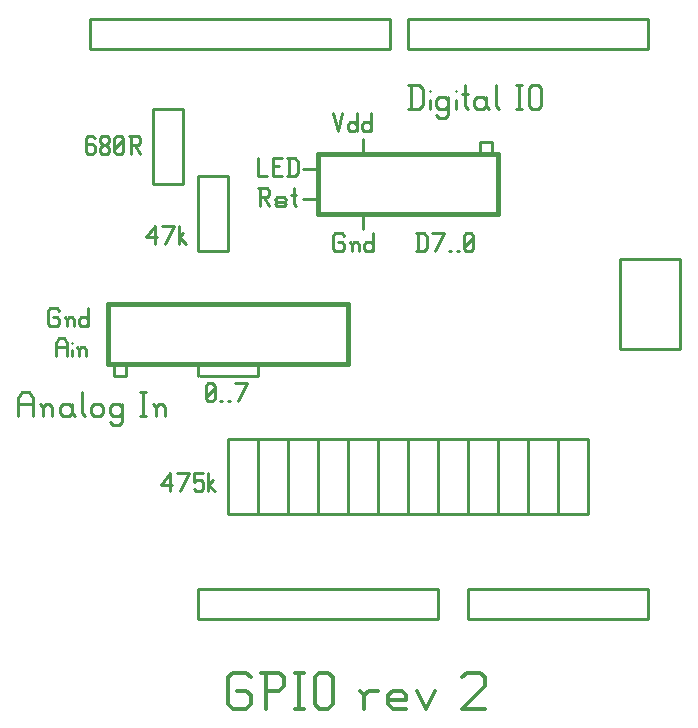
<source format=gbr>
G04 start of page 8 for group -4079 idx -4079 *
G04 Title: (unknown), topsilk *
G04 Creator: pcb 20140316 *
G04 CreationDate: Wed 25 Jul 2018 01:27:56 PM GMT UTC *
G04 For: thomasc *
G04 Format: Gerber/RS-274X *
G04 PCB-Dimensions (mil): 2500.00 3000.00 *
G04 PCB-Coordinate-Origin: lower left *
%MOIN*%
%FSLAX25Y25*%
%LNTOPSILK*%
%ADD41C,0.0150*%
%ADD40C,0.0120*%
%ADD39C,0.0100*%
G54D39*X130000Y205000D02*Y210000D01*
Y185000D02*Y180000D01*
X115000Y200000D02*X110000D01*
X115000Y190000D02*X110000D01*
X39750Y211000D02*X40500Y210250D01*
X38250Y211000D02*X39750D01*
X37500Y210250D02*X38250Y211000D01*
X37500Y210250D02*Y205750D01*
X38250Y205000D01*
X39750Y208300D02*X40500Y207550D01*
X37500Y208300D02*X39750D01*
X38250Y205000D02*X39750D01*
X40500Y205750D01*
Y207550D02*Y205750D01*
X42300D02*X43050Y205000D01*
X42300Y206950D02*Y205750D01*
Y206950D02*X43350Y208000D01*
X44250D01*
X45300Y206950D01*
Y205750D01*
X44550Y205000D02*X45300Y205750D01*
X43050Y205000D02*X44550D01*
X42300Y209050D02*X43350Y208000D01*
X42300Y210250D02*Y209050D01*
Y210250D02*X43050Y211000D01*
X44550D01*
X45300Y210250D01*
Y209050D01*
X44250Y208000D02*X45300Y209050D01*
X47100Y205750D02*X47850Y205000D01*
X47100Y210250D02*Y205750D01*
Y210250D02*X47850Y211000D01*
X49350D01*
X50100Y210250D01*
Y205750D01*
X49350Y205000D02*X50100Y205750D01*
X47850Y205000D02*X49350D01*
X47100Y206500D02*X50100Y209500D01*
X51900Y211000D02*X54900D01*
X55650Y210250D01*
Y208750D01*
X54900Y208000D02*X55650Y208750D01*
X52650Y208000D02*X54900D01*
X52650Y211000D02*Y205000D01*
X53850Y208000D02*X55650Y205000D01*
X57500Y177250D02*X60500Y181000D01*
X57500Y177250D02*X61250D01*
X60500Y181000D02*Y175000D01*
X63800D02*X66800Y181000D01*
X63050D02*X66800D01*
X68600D02*Y175000D01*
Y177250D02*X70850Y175000D01*
X68600Y177250D02*X70100Y178750D01*
X95000Y203500D02*Y197500D01*
X98000D01*
X99800Y200800D02*X102050D01*
X99800Y197500D02*X102800D01*
X99800Y203500D02*Y197500D01*
Y203500D02*X102800D01*
X105350D02*Y197500D01*
X107300Y203500D02*X108350Y202450D01*
Y198550D01*
X107300Y197500D02*X108350Y198550D01*
X104600Y197500D02*X107300D01*
X104600Y203500D02*X107300D01*
X95000Y193500D02*X98000D01*
X98750Y192750D01*
Y191250D01*
X98000Y190500D02*X98750Y191250D01*
X95750Y190500D02*X98000D01*
X95750Y193500D02*Y187500D01*
X96950Y190500D02*X98750Y187500D01*
X101300D02*X103550D01*
X104300Y188250D01*
X103550Y189000D02*X104300Y188250D01*
X101300Y189000D02*X103550D01*
X100550Y189750D02*X101300Y189000D01*
X100550Y189750D02*X101300Y190500D01*
X103550D01*
X104300Y189750D01*
X100550Y188250D02*X101300Y187500D01*
X106850Y193500D02*Y188250D01*
X107600Y187500D01*
X106100Y191250D02*X107600D01*
X120000Y218500D02*X121500Y212500D01*
X123000Y218500D01*
X127800D02*Y212500D01*
X127050D02*X127800Y213250D01*
X125550Y212500D02*X127050D01*
X124800Y213250D02*X125550Y212500D01*
X124800Y214750D02*Y213250D01*
Y214750D02*X125550Y215500D01*
X127050D01*
X127800Y214750D01*
X132600Y218500D02*Y212500D01*
X131850D02*X132600Y213250D01*
X130350Y212500D02*X131850D01*
X129600Y213250D02*X130350Y212500D01*
X129600Y214750D02*Y213250D01*
Y214750D02*X130350Y215500D01*
X131850D01*
X132600Y214750D01*
X123000Y178500D02*X123750Y177750D01*
X120750Y178500D02*X123000D01*
X120000Y177750D02*X120750Y178500D01*
X120000Y177750D02*Y173250D01*
X120750Y172500D01*
X123000D01*
X123750Y173250D01*
Y174750D02*Y173250D01*
X123000Y175500D02*X123750Y174750D01*
X121500Y175500D02*X123000D01*
X126300Y174750D02*Y172500D01*
Y174750D02*X127050Y175500D01*
X127800D01*
X128550Y174750D01*
Y172500D01*
X125550Y175500D02*X126300Y174750D01*
X133350Y178500D02*Y172500D01*
X132600D02*X133350Y173250D01*
X131100Y172500D02*X132600D01*
X130350Y173250D02*X131100Y172500D01*
X130350Y174750D02*Y173250D01*
Y174750D02*X131100Y175500D01*
X132600D01*
X133350Y174750D01*
X62500Y94750D02*X65500Y98500D01*
X62500Y94750D02*X66250D01*
X65500Y98500D02*Y92500D01*
X68800D02*X71800Y98500D01*
X68050D02*X71800D01*
X73600D02*X76600D01*
X73600D02*Y95500D01*
X74350Y96250D01*
X75850D01*
X76600Y95500D01*
Y93250D01*
X75850Y92500D02*X76600Y93250D01*
X74350Y92500D02*X75850D01*
X73600Y93250D02*X74350Y92500D01*
X78400Y98500D02*Y92500D01*
Y94750D02*X80650Y92500D01*
X78400Y94750D02*X79900Y96250D01*
G54D40*X91000Y32000D02*X92500Y30500D01*
X86500Y32000D02*X91000D01*
X85000Y30500D02*X86500Y32000D01*
X85000Y30500D02*Y21500D01*
X86500Y20000D01*
X91000D01*
X92500Y21500D01*
Y24500D02*Y21500D01*
X91000Y26000D02*X92500Y24500D01*
X88000Y26000D02*X91000D01*
X97600Y32000D02*Y20000D01*
X96100Y32000D02*X102100D01*
X103600Y30500D01*
Y27500D01*
X102100Y26000D02*X103600Y27500D01*
X97600Y26000D02*X102100D01*
X107200Y32000D02*X110200D01*
X108700D02*Y20000D01*
X107200D02*X110200D01*
X113800Y30500D02*Y21500D01*
Y30500D02*X115300Y32000D01*
X118300D01*
X119800Y30500D01*
Y21500D01*
X118300Y20000D02*X119800Y21500D01*
X115300Y20000D02*X118300D01*
X113800Y21500D02*X115300Y20000D01*
X130300Y24500D02*Y20000D01*
Y24500D02*X131800Y26000D01*
X134800D01*
X128800D02*X130300Y24500D01*
X139900Y20000D02*X144400D01*
X138400Y21500D02*X139900Y20000D01*
X138400Y24500D02*Y21500D01*
Y24500D02*X139900Y26000D01*
X142900D01*
X144400Y24500D01*
X138400Y23000D02*X144400D01*
Y24500D02*Y23000D01*
X148000Y26000D02*X151000Y20000D01*
X154000Y26000D02*X151000Y20000D01*
X163000Y30500D02*X164500Y32000D01*
X169000D01*
X170500Y30500D01*
Y27500D01*
X163000Y20000D02*X170500Y27500D01*
X163000Y20000D02*X170500D01*
G54D39*X28000Y153500D02*X28750Y152750D01*
X25750Y153500D02*X28000D01*
X25000Y152750D02*X25750Y153500D01*
X25000Y152750D02*Y148250D01*
X25750Y147500D01*
X28000D01*
X28750Y148250D01*
Y149750D02*Y148250D01*
X28000Y150500D02*X28750Y149750D01*
X26500Y150500D02*X28000D01*
X31300Y149750D02*Y147500D01*
Y149750D02*X32050Y150500D01*
X32800D01*
X33550Y149750D01*
Y147500D01*
X30550Y150500D02*X31300Y149750D01*
X38350Y153500D02*Y147500D01*
X37600D02*X38350Y148250D01*
X36100Y147500D02*X37600D01*
X35350Y148250D02*X36100Y147500D01*
X35350Y149750D02*Y148250D01*
Y149750D02*X36100Y150500D01*
X37600D01*
X38350Y149750D01*
X27500Y142000D02*Y137500D01*
Y142000D02*X28550Y143500D01*
X30200D01*
X31250Y142000D01*
Y137500D01*
X27500Y140500D02*X31250D01*
X33050Y142000D02*Y141850D01*
Y139750D02*Y137500D01*
X35300Y139750D02*Y137500D01*
Y139750D02*X36050Y140500D01*
X36800D01*
X37550Y139750D01*
Y137500D01*
X34550Y140500D02*X35300Y139750D01*
X77500Y123250D02*X78250Y122500D01*
X77500Y127750D02*Y123250D01*
Y127750D02*X78250Y128500D01*
X79750D01*
X80500Y127750D01*
Y123250D01*
X79750Y122500D02*X80500Y123250D01*
X78250Y122500D02*X79750D01*
X77500Y124000D02*X80500Y127000D01*
X82300Y122500D02*X83050D01*
X84850D02*X85600D01*
X88150D02*X91150Y128500D01*
X87400D02*X91150D01*
X15000Y123500D02*Y117500D01*
Y123500D02*X16400Y125500D01*
X18600D01*
X20000Y123500D01*
Y117500D01*
X15000Y121500D02*X20000D01*
X23400Y120500D02*Y117500D01*
Y120500D02*X24400Y121500D01*
X25400D01*
X26400Y120500D01*
Y117500D01*
X22400Y121500D02*X23400Y120500D01*
X31800Y121500D02*X32800Y120500D01*
X29800Y121500D02*X31800D01*
X28800Y120500D02*X29800Y121500D01*
X28800Y120500D02*Y118500D01*
X29800Y117500D01*
X32800Y121500D02*Y118500D01*
X33800Y117500D01*
X29800D02*X31800D01*
X32800Y118500D01*
X36200Y125500D02*Y118500D01*
X37200Y117500D01*
X39200Y120500D02*Y118500D01*
Y120500D02*X40200Y121500D01*
X42200D01*
X43200Y120500D01*
Y118500D01*
X42200Y117500D02*X43200Y118500D01*
X40200Y117500D02*X42200D01*
X39200Y118500D02*X40200Y117500D01*
X48600Y121500D02*X49600Y120500D01*
X46600Y121500D02*X48600D01*
X45600Y120500D02*X46600Y121500D01*
X45600Y120500D02*Y118500D01*
X46600Y117500D01*
X48600D01*
X49600Y118500D01*
X45600Y115500D02*X46600Y114500D01*
X48600D01*
X49600Y115500D01*
Y121500D02*Y115500D01*
X55600Y125500D02*X57600D01*
X56600D02*Y117500D01*
X55600D02*X57600D01*
X61000Y120500D02*Y117500D01*
Y120500D02*X62000Y121500D01*
X63000D01*
X64000Y120500D01*
Y117500D01*
X60000Y121500D02*X61000Y120500D01*
X148250Y178500D02*Y172500D01*
X150200Y178500D02*X151250Y177450D01*
Y173550D01*
X150200Y172500D02*X151250Y173550D01*
X147500Y172500D02*X150200D01*
X147500Y178500D02*X150200D01*
X153800Y172500D02*X156800Y178500D01*
X153050D02*X156800D01*
X158600Y172500D02*X159350D01*
X161150D02*X161900D01*
X163700Y173250D02*X164450Y172500D01*
X163700Y177750D02*Y173250D01*
Y177750D02*X164450Y178500D01*
X165950D01*
X166700Y177750D01*
Y173250D01*
X165950Y172500D02*X166700Y173250D01*
X164450Y172500D02*X165950D01*
X163700Y174000D02*X166700Y177000D01*
X146000Y228000D02*Y220000D01*
X148600Y228000D02*X150000Y226600D01*
Y221400D01*
X148600Y220000D02*X150000Y221400D01*
X145000Y220000D02*X148600D01*
X145000Y228000D02*X148600D01*
X152400Y226000D02*Y225800D01*
Y223000D02*Y220000D01*
X157400Y224000D02*X158400Y223000D01*
X155400Y224000D02*X157400D01*
X154400Y223000D02*X155400Y224000D01*
X154400Y223000D02*Y221000D01*
X155400Y220000D01*
X157400D01*
X158400Y221000D01*
X154400Y218000D02*X155400Y217000D01*
X157400D01*
X158400Y218000D01*
Y224000D02*Y218000D01*
X160800Y226000D02*Y225800D01*
Y223000D02*Y220000D01*
X163800Y228000D02*Y221000D01*
X164800Y220000D01*
X162800Y225000D02*X164800D01*
X169800Y224000D02*X170800Y223000D01*
X167800Y224000D02*X169800D01*
X166800Y223000D02*X167800Y224000D01*
X166800Y223000D02*Y221000D01*
X167800Y220000D01*
X170800Y224000D02*Y221000D01*
X171800Y220000D01*
X167800D02*X169800D01*
X170800Y221000D01*
X174200Y228000D02*Y221000D01*
X175200Y220000D01*
X180800Y228000D02*X182800D01*
X181800D02*Y220000D01*
X180800D02*X182800D01*
X185200Y227000D02*Y221000D01*
Y227000D02*X186200Y228000D01*
X188200D01*
X189200Y227000D01*
Y221000D01*
X188200Y220000D02*X189200Y221000D01*
X186200Y220000D02*X188200D01*
X185200Y221000D02*X186200Y220000D01*
X39000Y240000D02*Y250000D01*
X139000D01*
Y240000D01*
X39000D01*
G54D41*X125000Y155000D02*Y135000D01*
X45000Y155000D02*Y135000D01*
G54D39*X47000D02*Y131000D01*
G54D41*X45000Y135000D02*X125000D01*
G54D39*X47000Y131000D02*X51000D01*
G54D41*X45000Y155000D02*X125000D01*
G54D39*X51000Y135000D02*Y131000D01*
X95000Y135000D02*Y131000D01*
X75000Y135000D02*Y131000D01*
X75500D02*X95000D01*
X145000Y240000D02*Y250000D01*
X225000D01*
Y240000D01*
X145000D01*
X215500Y140000D02*Y170000D01*
X235500D01*
Y140000D01*
X215500D01*
G54D41*X175000Y205000D02*Y185000D01*
X115000Y205000D02*X175000D01*
X115000D02*Y185000D01*
X175000D01*
G54D39*X173000Y209000D02*Y205000D01*
X169000Y209000D02*X173000D01*
X169000D02*Y205000D01*
X60000Y220000D02*Y195000D01*
Y220000D02*X70000D01*
Y195000D01*
X60000D02*X70000D01*
X75000Y197500D02*Y172500D01*
Y197500D02*X85000D01*
Y172500D01*
X75000D02*X85000D01*
X75000Y50000D02*Y60000D01*
X155000D01*
Y50000D01*
X75000D01*
X165000D02*Y60000D01*
X225000D01*
Y50000D01*
X165000D01*
X195000Y110000D02*Y85000D01*
Y110000D02*X205000D01*
Y85000D01*
X195000D02*X205000D01*
X185000Y110000D02*Y85000D01*
Y110000D02*X195000D01*
Y85000D01*
X185000D02*X195000D01*
X175000Y110000D02*Y85000D01*
Y110000D02*X185000D01*
Y85000D01*
X175000D02*X185000D01*
X165000Y110000D02*Y85000D01*
Y110000D02*X175000D01*
Y85000D01*
X165000D02*X175000D01*
X155000Y110000D02*Y85000D01*
Y110000D02*X165000D01*
Y85000D01*
X155000D02*X165000D01*
X145000Y110000D02*Y85000D01*
Y110000D02*X155000D01*
Y85000D01*
X145000D02*X155000D01*
X135000Y110000D02*Y85000D01*
Y110000D02*X145000D01*
Y85000D01*
X135000D02*X145000D01*
X125000Y110000D02*Y85000D01*
Y110000D02*X135000D01*
Y85000D01*
X125000D02*X135000D01*
X115000Y110000D02*Y85000D01*
Y110000D02*X125000D01*
Y85000D01*
X115000D02*X125000D01*
X105000Y110000D02*Y85000D01*
Y110000D02*X115000D01*
Y85000D01*
X105000D02*X115000D01*
X95000Y110000D02*Y85000D01*
Y110000D02*X105000D01*
Y85000D01*
X95000D02*X105000D01*
X85000Y110000D02*Y85000D01*
Y110000D02*X95000D01*
Y85000D01*
X85000D02*X95000D01*
M02*

</source>
